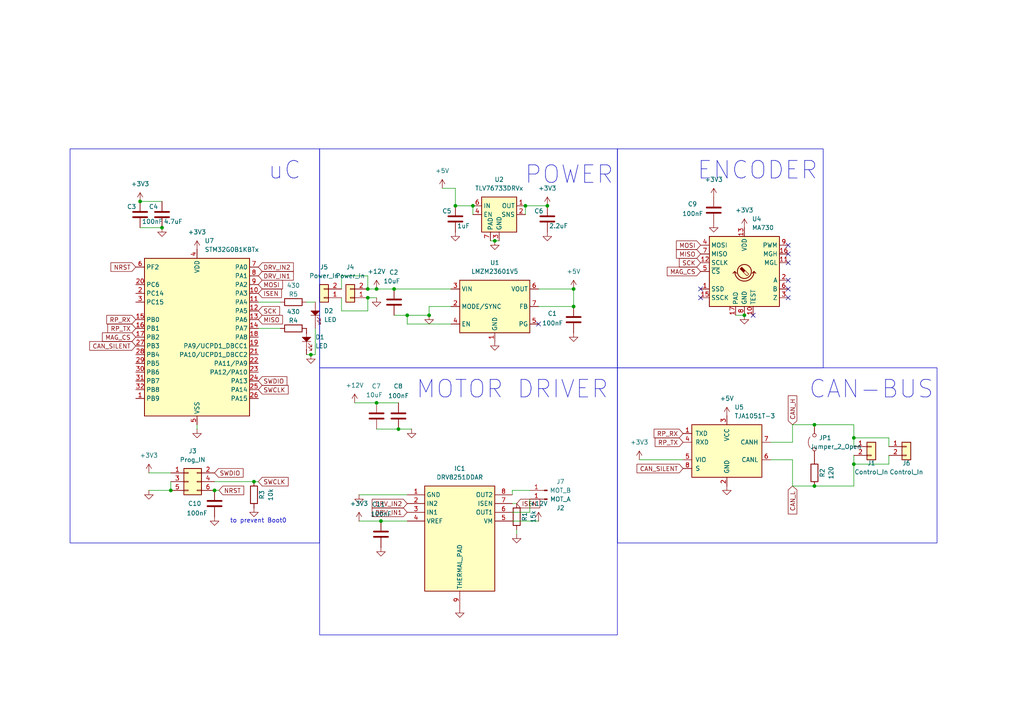
<source format=kicad_sch>
(kicad_sch (version 20231120) (generator "eeschema") (generator_version "8.0")
  (paper "A4")
  (lib_symbols
    (symbol "Connector:Conn_01x01_Pin" (pin_names (offset 1.016) hide)
      (property "Reference" "J" (at 0 2.54 0))
      (property "Value" "Conn_01x01_Pin" (at 0 -2.54 0))
      (symbol "Conn_01x01_Pin_1_1"
        (polyline (pts (xy 1.27 0) (xy 0.8636 0)) (stroke (width 0.1524)))
        (rectangle (start 0.8636 0.127) (end 0 -0.127) (stroke (width 0.1524)) (fill (type outline)))
        (pin passive line (at 5.08 0 180) (length 3.81) (name "Pin_1") (number "1"))
      )
    )
    (symbol "Connector_Generic:Conn_01x02" (pin_names (offset 1.016) hide)
      (property "Reference" "J" (at 0 2.54 0))
      (property "Value" "Conn_01x02" (at 0 -5.08 0))
      (symbol "Conn_01x02_1_1"
        (rectangle (start -1.27 -2.413) (end 0 -2.667) (stroke (width 0.1524)))
        (rectangle (start -1.27 0.127) (end 0 -0.127) (stroke (width 0.1524)))
        (rectangle (start -1.27 1.27) (end 1.27 -3.81) (stroke (width 0.254)) (fill (type background)))
        (pin passive line (at -5.08 0 0) (length 3.81) (name "Pin_1") (number "1"))
        (pin passive line (at -5.08 -2.54 0) (length 3.81) (name "Pin_2") (number "2"))
      )
    )
    (symbol "Connector_Generic:Conn_02x03_Odd_Even" (pin_names (offset 1.016) hide)
      (property "Reference" "J" (at 1.27 5.08 0))
      (property "Value" "Conn_02x03_Odd_Even" (at 1.27 -5.08 0))
      (symbol "Conn_02x03_Odd_Even_1_1"
        (rectangle (start -1.27 -2.413) (end 0 -2.667) (stroke (width 0.1524)))
        (rectangle (start -1.27 0.127) (end 0 -0.127) (stroke (width 0.1524)))
        (rectangle (start -1.27 2.667) (end 0 2.413) (stroke (width 0.1524)))
        (rectangle (start -1.27 3.81) (end 3.81 -3.81) (stroke (width 0.254)) (fill (type background)))
        (rectangle (start 3.81 -2.413) (end 2.54 -2.667) (stroke (width 0.1524)))
        (rectangle (start 3.81 0.127) (end 2.54 -0.127) (stroke (width 0.1524)))
        (rectangle (start 3.81 2.667) (end 2.54 2.413) (stroke (width 0.1524)))
        (pin passive line (at -5.08 2.54 0) (length 3.81) (name "Pin_1") (number "1"))
        (pin passive line (at 7.62 2.54 180) (length 3.81) (name "Pin_2") (number "2"))
        (pin passive line (at -5.08 0 0) (length 3.81) (name "Pin_3") (number "3"))
        (pin passive line (at 7.62 0 180) (length 3.81) (name "Pin_4") (number "4"))
        (pin passive line (at -5.08 -2.54 0) (length 3.81) (name "Pin_5") (number "5"))
        (pin passive line (at 7.62 -2.54 180) (length 3.81) (name "Pin_6") (number "6"))
      )
    )
    (symbol "Device:C" (pin_numbers hide) (pin_names (offset 0.254))
      (property "Reference" "C" (at 0.635 2.54 0))
      (property "Value" "C" (at 0.635 -2.54 0))
      (symbol "C_0_1"
        (polyline (pts (xy -2.032 -0.762) (xy 2.032 -0.762)) (stroke (width 0.508)))
        (polyline (pts (xy -2.032 0.762) (xy 2.032 0.762)) (stroke (width 0.508)))
      )
      (symbol "C_1_1"
        (pin passive line (at 0 3.81 270) (length 2.794) (name "~") (number "1"))
        (pin passive line (at 0 -3.81 90) (length 2.794) (name "~") (number "2"))
      )
    )
    (symbol "Device:R" (pin_numbers hide) (pin_names (offset 0))
      (property "Reference" "R" (at 2.032 0 90))
      (property "Value" "R" (at 0 0 90))
      (symbol "R_0_1"
        (rectangle (start -1.016 -2.54) (end 1.016 2.54) (stroke (width 0.254)))
      )
      (symbol "R_1_1"
        (pin passive line (at 0 3.81 270) (length 1.27) (name "~") (number "1"))
        (pin passive line (at 0 -3.81 90) (length 1.27) (name "~") (number "2"))
      )
    )
    (symbol "Interface_CAN_LIN:TJA1051T-3" (pin_names (offset 1.016))
      (property "Reference" "U" (at -10.16 8.89 0))
      (property "Value" "TJA1051T-3" (at 1.27 8.89 0))
      (symbol "TJA1051T-3_0_1"
        (rectangle (start -10.16 7.62) (end 10.16 -7.62) (stroke (width 0.254)) (fill (type background)))
      )
      (symbol "TJA1051T-3_1_1"
        (pin input line (at -12.7 5.08 0) (length 2.54) (name "TXD") (number "1"))
        (pin power_in line (at 0 -10.16 90) (length 2.54) (name "GND") (number "2"))
        (pin power_in line (at 0 10.16 270) (length 2.54) (name "VCC") (number "3"))
        (pin output line (at -12.7 2.54 0) (length 2.54) (name "RXD") (number "4"))
        (pin power_in line (at -12.7 -2.54 0) (length 2.54) (name "VIO") (number "5"))
        (pin bidirectional line (at 12.7 -2.54 180) (length 2.54) (name "CANL") (number "6"))
        (pin bidirectional line (at 12.7 2.54 180) (length 2.54) (name "CANH") (number "7"))
        (pin input line (at -12.7 -5.08 0) (length 2.54) (name "S") (number "8"))
      )
    )
    (symbol "Jumper:Jumper_2_Open" (pin_numbers hide) (pin_names (offset 0) hide) (exclude_from_sim yes)
      (property "Reference" "JP" (at 0 2.794 0))
      (property "Value" "Jumper_2_Open" (at 0 -2.286 0))
      (symbol "Jumper_2_Open_0_0"
        (circle (center -2.032 0) (radius 0.508))
        (circle (center 2.032 0) (radius 0.508))
      )
      (symbol "Jumper_2_Open_0_1"
        (arc (start 1.524 1.27) (mid 0 1.778) (end -1.524 1.27))
      )
      (symbol "Jumper_2_Open_1_1"
        (pin passive line (at -5.08 0 0) (length 2.54) (name "A") (number "1"))
        (pin passive line (at 5.08 0 180) (length 2.54) (name "B") (number "2"))
      )
    )
    (symbol "MCU_ST_STM32G0:STM32G0B1KBTx"
      (property "Reference" "U" (at -15.24 24.13 0))
      (property "Value" "STM32G0B1KBTx" (at 2.54 24.13 0))
      (symbol "STM32G0B1KBTx_0_1"
        (rectangle (start -15.24 -22.86) (end 15.24 22.86) (stroke (width 0.254)) (fill (type background)))
      )
      (symbol "STM32G0B1KBTx_1_1"
        (pin bidirectional line (at -17.78 -17.78 0) (length 2.54) (name "PB9") (number "1"))
        (pin bidirectional line (at 17.78 12.7 180) (length 2.54) (name "PA3") (number "10"))
        (pin bidirectional line (at 17.78 10.16 180) (length 2.54) (name "PA4") (number "11"))
        (pin bidirectional line (at 17.78 7.62 180) (length 2.54) (name "PA5") (number "12"))
        (pin bidirectional line (at 17.78 5.08 180) (length 2.54) (name "PA6") (number "13"))
        (pin bidirectional line (at 17.78 2.54 180) (length 2.54) (name "PA7") (number "14"))
        (pin bidirectional line (at -17.78 5.08 0) (length 2.54) (name "PB0") (number "15"))
        (pin bidirectional line (at -17.78 2.54 0) (length 2.54) (name "PB1") (number "16"))
        (pin bidirectional line (at -17.78 0 0) (length 2.54) (name "PB2") (number "17"))
        (pin bidirectional line (at 17.78 0 180) (length 2.54) (name "PA8") (number "18"))
        (pin bidirectional line (at 17.78 -2.54 180) (length 2.54) (name "PA9/UCPD1_DBCC1") (number "19"))
        (pin bidirectional line (at -17.78 12.7 0) (length 2.54) (name "PC14") (number "2"))
        (pin bidirectional line (at -17.78 15.24 0) (length 2.54) (name "PC6") (number "20"))
        (pin bidirectional line (at 17.78 -5.08 180) (length 2.54) (name "PA10/UCPD1_DBCC2") (number "21"))
        (pin bidirectional line (at 17.78 -7.62 180) (length 2.54) (name "PA11/PA9") (number "22"))
        (pin bidirectional line (at 17.78 -10.16 180) (length 2.54) (name "PA12/PA10") (number "23"))
        (pin bidirectional line (at 17.78 -12.7 180) (length 2.54) (name "PA13") (number "24"))
        (pin bidirectional line (at 17.78 -15.24 180) (length 2.54) (name "PA14") (number "25"))
        (pin bidirectional line (at 17.78 -17.78 180) (length 2.54) (name "PA15") (number "26"))
        (pin bidirectional line (at -17.78 -2.54 0) (length 2.54) (name "PB3") (number "27"))
        (pin bidirectional line (at -17.78 -5.08 0) (length 2.54) (name "PB4") (number "28"))
        (pin bidirectional line (at -17.78 -7.62 0) (length 2.54) (name "PB5") (number "29"))
        (pin bidirectional line (at -17.78 10.16 0) (length 2.54) (name "PC15") (number "3"))
        (pin bidirectional line (at -17.78 -10.16 0) (length 2.54) (name "PB6") (number "30"))
        (pin bidirectional line (at -17.78 -12.7 0) (length 2.54) (name "PB7") (number "31"))
        (pin bidirectional line (at -17.78 -15.24 0) (length 2.54) (name "PB8") (number "32"))
        (pin power_in line (at 0 25.4 270) (length 2.54) (name "VDD") (number "4"))
        (pin power_in line (at 0 -25.4 90) (length 2.54) (name "VSS") (number "5"))
        (pin bidirectional line (at -17.78 20.32 0) (length 2.54) (name "PF2") (number "6"))
        (pin bidirectional line (at 17.78 20.32 180) (length 2.54) (name "PA0") (number "7"))
        (pin bidirectional line (at 17.78 17.78 180) (length 2.54) (name "PA1") (number "8"))
        (pin bidirectional line (at 17.78 15.24 180) (length 2.54) (name "PA2") (number "9"))
      )
    )
    (symbol "PCM_SL_Devices:LED"
      (property "Reference" "D" (at -0.508 5.334 0))
      (property "Value" "LED" (at -0.508 2.794 0))
      (symbol "LED_0_1"
        (polyline (pts (xy -1.27 0) (xy -2.54 0)))
        (polyline (pts (xy 0 1.27) (xy 0 -1.27)))
        (polyline (pts (xy 0.508 0.508) (xy 1.524 1.524)))
        (polyline (pts (xy 1.27 0) (xy 2.54 0)))
        (polyline (pts (xy 1.524 0.508) (xy 2.54 1.524)))
        (polyline (pts (xy 1.524 1.524) (xy 0.889 1.524)))
        (polyline (pts (xy 1.524 1.524) (xy 1.524 0.889)))
        (polyline (pts (xy 2.54 1.524) (xy 1.905 1.524)))
        (polyline (pts (xy 2.54 1.524) (xy 2.54 0.889)))
        (polyline (pts (xy 0 0) (xy -1.27 -1.27) (xy -1.27 1.27) (xy 0 0) (xy 1.27 0)) (fill (type outline)))
      )
      (symbol "LED_1_1"
        (pin passive line (at 3.81 0 180) (length 1.5) (name "~") (number "1"))
        (pin passive line (at -3.81 0 0) (length 1.5) (name "") (number "2"))
      )
    )
    (symbol "Regulator_Linear:TLV76733DRVx"
      (property "Reference" "U" (at 0 8.89 0))
      (property "Value" "TLV76733DRVx" (at 0 6.35 0))
      (symbol "TLV76733DRVx_0_1"
        (rectangle (start -5.08 -5.08) (end 5.08 5.08) (stroke (width 0.254)) (fill (type background)))
      )
      (symbol "TLV76733DRVx_1_1"
        (pin power_out line (at 7.62 2.54 180) (length 2.54) (name "OUT") (number "1"))
        (pin input line (at 7.62 0 180) (length 2.54) (name "SNS") (number "2"))
        (pin power_in line (at 0 -7.62 90) (length 2.54) (name "GND") (number "3"))
        (pin input line (at -7.62 0 0) (length 2.54) (name "EN") (number "4"))
        (pin passive line (at 0 -7.62 90) (length 2.54) hide (name "GND") (number "5"))
        (pin power_in line (at -7.62 2.54 0) (length 2.54) (name "IN") (number "6"))
        (pin passive line (at -2.54 -7.62 90) (length 2.54) (name "PAD") (number "7"))
      )
    )
    (symbol "Regulator_Switching:LMZM23601V5"
      (property "Reference" "U" (at -8.89 8.89 0))
      (property "Value" "LMZM23601V5" (at 6.35 8.89 0))
      (symbol "LMZM23601V5_0_1"
        (rectangle (start -10.16 7.62) (end 10.16 -7.62) (stroke (width 0.254)) (fill (type background)))
      )
      (symbol "LMZM23601V5_1_1"
        (pin power_in line (at 0 -10.16 90) (length 2.54) (name "GND") (number "1"))
        (pin no_connect line (at -2.54 -7.62 90) (length 2.54) hide (name "~") (number "10"))
        (pin passive line (at 0 -10.16 90) (length 2.54) hide (name "GND") (number "11"))
        (pin input line (at -12.7 0 0) (length 2.54) (name "MODE/SYNC") (number "2"))
        (pin power_in line (at -12.7 5.08 0) (length 2.54) (name "VIN") (number "3"))
        (pin input line (at -12.7 -5.08 0) (length 2.54) (name "EN") (number "4"))
        (pin open_collector line (at 12.7 -5.08 180) (length 2.54) (name "PG") (number "5"))
        (pin power_out line (at 12.7 5.08 180) (length 2.54) (name "VOUT") (number "6"))
        (pin input line (at 12.7 0 180) (length 2.54) (name "FB") (number "7"))
        (pin no_connect line (at 5.08 -7.62 90) (length 2.54) hide (name "~") (number "8"))
        (pin no_connect line (at 2.54 -7.62 90) (length 2.54) hide (name "~") (number "9"))
      )
    )
    (symbol "Sensor_Magnetic:MA730"
      (property "Reference" "U" (at -10.16 11.43 0))
      (property "Value" "MA730" (at 10.16 11.43 0))
      (symbol "MA730_0_1"
        (rectangle (start -10.16 10.16) (end 10.16 -10.16) (stroke (width 0.254)) (fill (type background)))
        (arc (start -2.794 0) (mid 0 -2.7819) (end 2.794 0) (stroke (width 0.254)))
        (polyline (pts (xy -2.794 0) (xy -3.302 -0.508)) (stroke (width 0.254)))
        (polyline (pts (xy -2.794 0) (xy -2.286 -0.508)) (stroke (width 0.254)))
        (polyline (pts (xy 2.794 0) (xy 2.286 -0.508)) (stroke (width 0.254)))
        (polyline (pts (xy 2.794 0) (xy 3.302 -0.508)) (stroke (width 0.254)))
      )
      (symbol "MA730_1_1"
        (polyline (pts (xy 0.254 0.254) (xy 1.27 -0.762) (xy 0.762 -1.27) (xy -0.254 -0.254)))
        (polyline (pts (xy -0.762 1.27) (xy 0.254 0.254) (xy -0.254 -0.254) (xy -1.27 0.762) (xy -1.016 1.016) (xy -0.762 1.27) (xy -0.635 1.143)) (fill (type outline)))
        (circle (center 0 0) (radius 2.032) (stroke (width 0.254)))
        (pin output line (at -12.7 -5.08 0) (length 2.54) (name "SSD") (number "1"))
        (pin passive line (at 2.54 -12.7 90) (length 2.54) (name "TEST") (number "10"))
        (pin output line (at 12.7 2.54 180) (length 2.54) (name "MGL") (number "11"))
        (pin input line (at -12.7 2.54 0) (length 2.54) (name "SCLK") (number "12"))
        (pin power_in line (at 0 12.7 270) (length 2.54) (name "VDD") (number "13"))
        (pin no_connect line (at 5.08 -10.16 90) (length 2.54) hide (name "NC") (number "14"))
        (pin input line (at -12.7 -7.62 0) (length 2.54) (name "SSCK") (number "15"))
        (pin output line (at 12.7 5.08 180) (length 2.54) (name "MGH") (number "16"))
        (pin input line (at -2.54 -12.7 90) (length 2.54) (name "PAD") (number "17"))
        (pin output line (at 12.7 -2.54 180) (length 2.54) (name "A") (number "2"))
        (pin output line (at 12.7 -7.62 180) (length 2.54) (name "Z") (number "3"))
        (pin input line (at -12.7 7.62 0) (length 2.54) (name "MOSI") (number "4"))
        (pin input line (at -12.7 0 0) (length 2.54) (name "~{CS}") (number "5"))
        (pin output line (at 12.7 -5.08 180) (length 2.54) (name "B") (number "6"))
        (pin output line (at -12.7 5.08 0) (length 2.54) (name "MISO") (number "7"))
        (pin power_in line (at 0 -12.7 90) (length 2.54) (name "GND") (number "8"))
        (pin output line (at 12.7 7.62 180) (length 2.54) (name "PWM") (number "9"))
      )
    )
    (symbol "_Custom:DRV8251DDAR"
      (property "Reference" "IC" (at 26.67 7.62 0))
      (property "Value" "DRV8251DDAR" (at 26.67 5.08 0))
      (symbol "DRV8251DDAR_1_1"
        (rectangle (start 5.08 2.54) (end 25.4 -27.94) (stroke (width 0.254)) (fill (type background)))
        (pin passive line (at 0 0 0) (length 5.08) (name "GND") (number "1"))
        (pin passive line (at 0 -2.54 0) (length 5.08) (name "IN2") (number "2"))
        (pin passive line (at 0 -5.08 0) (length 5.08) (name "IN1") (number "3"))
        (pin passive line (at 0 -7.62 0) (length 5.08) (name "VREF") (number "4"))
        (pin passive line (at 30.48 -7.62 180) (length 5.08) (name "VM") (number "5"))
        (pin passive line (at 30.48 -5.08 180) (length 5.08) (name "OUT1") (number "6"))
        (pin passive line (at 30.48 -2.54 180) (length 5.08) (name "ISEN") (number "7"))
        (pin passive line (at 30.48 0 180) (length 5.08) (name "OUT2") (number "8"))
        (pin passive line (at 15.24 -33.02 90) (length 5.08) (name "THERMAL_PAD") (number "9"))
      )
    )
    (symbol "power:+12V" (power) (pin_numbers hide) (pin_names (offset 0) hide)
      (property "Value" "+12V" (at 0 3.556 0))
      (symbol "+12V_0_1"
        (polyline (pts (xy -0.762 1.27) (xy 0 2.54)))
        (polyline (pts (xy 0 0) (xy 0 2.54)))
        (polyline (pts (xy 0 2.54) (xy 0.762 1.27)))
      )
      (symbol "+12V_1_1"
        (pin power_in line (at 0 0 90) (length 0) (name "~") (number "1"))
      )
    )
    (symbol "power:+3V3" (power) (pin_numbers hide) (pin_names (offset 0) hide)
      (property "Value" "+3V3" (at 0 3.556 0))
      (symbol "+3V3_0_1"
        (polyline (pts (xy -0.762 1.27) (xy 0 2.54)))
        (polyline (pts (xy 0 0) (xy 0 2.54)))
        (polyline (pts (xy 0 2.54) (xy 0.762 1.27)))
      )
      (symbol "+3V3_1_1"
        (pin power_in line (at 0 0 90) (length 0) (name "~") (number "1"))
      )
    )
    (symbol "power:+5V" (power) (pin_numbers hide) (pin_names (offset 0) hide)
      (property "Value" "+5V" (at 0 3.556 0))
      (symbol "+5V_0_1"
        (polyline (pts (xy -0.762 1.27) (xy 0 2.54)))
        (polyline (pts (xy 0 0) (xy 0 2.54)))
        (polyline (pts (xy 0 2.54) (xy 0.762 1.27)))
      )
      (symbol "+5V_1_1"
        (pin power_in line (at 0 0 90) (length 0) (name "~") (number "1"))
      )
    )
    (symbol "power:GND" (power) (pin_numbers hide) (pin_names (offset 0) hide)
      (property "Value" "GND" (at 0 -3.81 0))
      (symbol "GND_0_1"
        (polyline (pts (xy 0 0) (xy 0 -1.27) (xy 1.27 -1.27) (xy 0 -2.54) (xy -1.27 -1.27) (xy 0 -1.27)))
      )
      (symbol "GND_1_1"
        (pin power_in line (at 0 0 270) (length 0) (name "~") (number "1"))
      )
    )
  )
  (junction (at 215.9 91.44))
  (junction (at 118.11 91.44))
  (junction (at 109.22 116.84))
  (junction (at 114.3 83.82))
  (junction (at 115.57 124.46))
  (junction (at 62.23 142.24))
  (junction (at 143.51 69.85))
  (junction (at 109.22 83.82))
  (junction (at 152.4 59.69))
  (junction (at 106.68 83.82))
  (junction (at 137.16 59.69))
  (junction (at 73.66 139.7))
  (junction (at 236.22 140.97))
  (junction (at 247.65 127))
  (junction (at 247.65 134.62))
  (junction (at 46.99 66.04))
  (junction (at 106.68 86.36))
  (junction (at 110.49 151.13))
  (junction (at 236.22 123.19))
  (junction (at 132.08 59.69))
  (junction (at 124.46 91.44))
  (junction (at 166.37 88.9))
  (junction (at 90.17 102.87))
  (junction (at 49.53 142.24))
  (junction (at 166.37 83.82))
  (junction (at 40.64 58.42))
  (junction (at 158.75 59.69))
  (no_connect (at 156.21 93.98))
  (no_connect (at 203.2 86.36))
  (no_connect (at 228.6 81.28))
  (no_connect (at 228.6 71.12))
  (no_connect (at 203.2 83.82))
  (no_connect (at 228.6 73.66))
  (no_connect (at 228.6 86.36))
  (no_connect (at 228.6 83.82))
  (no_connect (at 218.44 91.44))
  (no_connect (at 228.6 76.2))
  (wire (pts (xy 152.4 59.69) (xy 152.4 62.23)))
  (wire (pts (xy 106.68 83.82) (xy 109.22 83.82)))
  (wire (pts (xy 143.51 69.85) (xy 142.24 69.85)))
  (wire (pts (xy 57.15 123.19) (xy 57.15 124.46)))
  (wire (pts (xy 257.81 132.08) (xy 257.81 134.62)))
  (wire (pts (xy 223.52 128.27) (xy 229.87 128.27)))
  (wire (pts (xy 132.08 54.61) (xy 132.08 59.69)))
  (wire (pts (xy 137.16 59.69) (xy 137.16 62.23)))
  (wire (pts (xy 247.65 134.62) (xy 247.65 132.08)))
  (wire (pts (xy 247.65 123.19) (xy 247.65 127)))
  (wire (pts (xy 99.06 86.36) (xy 99.06 90.17)))
  (wire (pts (xy 114.3 83.82) (xy 130.81 83.82)))
  (wire (pts (xy 144.78 69.85) (xy 143.51 69.85)))
  (wire (pts (xy 153.67 148.59) (xy 153.67 144.78)))
  (wire (pts (xy 148.59 142.24) (xy 148.59 143.51)))
  (wire (pts (xy 88.9 87.63) (xy 91.44 87.63)))
  (wire (pts (xy 102.87 116.84) (xy 109.22 116.84)))
  (wire (pts (xy 236.22 123.19) (xy 229.87 123.19)))
  (wire (pts (xy 236.22 140.97) (xy 229.87 140.97)))
  (wire (pts (xy 104.14 151.13) (xy 110.49 151.13)))
  (wire (pts (xy 124.46 88.9) (xy 130.81 88.9)))
  (wire (pts (xy 118.11 91.44) (xy 124.46 91.44)))
  (wire (pts (xy 247.65 127) (xy 247.65 129.54)))
  (wire (pts (xy 49.53 142.24) (xy 49.53 139.7)))
  (wire (pts (xy 118.11 93.98) (xy 130.81 93.98)))
  (wire (pts (xy 40.64 66.04) (xy 46.99 66.04)))
  (wire (pts (xy 166.37 83.82) (xy 156.21 83.82)))
  (wire (pts (xy 149.86 146.05) (xy 148.59 146.05)))
  (wire (pts (xy 257.81 129.54) (xy 257.81 127)))
  (wire (pts (xy 91.44 95.25) (xy 91.44 102.87)))
  (wire (pts (xy 153.67 142.24) (xy 148.59 142.24)))
  (wire (pts (xy 43.18 137.16) (xy 49.53 137.16)))
  (wire (pts (xy 156.21 88.9) (xy 166.37 88.9)))
  (wire (pts (xy 137.16 59.69) (xy 132.08 59.69)))
  (wire (pts (xy 63.5 142.24) (xy 62.23 142.24)))
  (wire (pts (xy 73.66 139.7) (xy 62.23 139.7)))
  (wire (pts (xy 110.49 151.13) (xy 118.11 151.13)))
  (wire (pts (xy 149.86 153.67) (xy 149.86 154.94)))
  (wire (pts (xy 106.68 86.36) (xy 109.22 86.36)))
  (wire (pts (xy 247.65 134.62) (xy 257.81 134.62)))
  (wire (pts (xy 118.11 91.44) (xy 118.11 93.98)))
  (wire (pts (xy 247.65 140.97) (xy 247.65 134.62)))
  (wire (pts (xy 88.9 102.87) (xy 90.17 102.87)))
  (wire (pts (xy 106.68 80.01) (xy 106.68 83.82)))
  (wire (pts (xy 109.22 83.82) (xy 114.3 83.82)))
  (wire (pts (xy 128.27 54.61) (xy 132.08 54.61)))
  (wire (pts (xy 99.06 90.17) (xy 106.68 90.17)))
  (wire (pts (xy 223.52 133.35) (xy 229.87 133.35)))
  (wire (pts (xy 81.28 95.25) (xy 74.93 95.25)))
  (wire (pts (xy 185.42 133.35) (xy 198.12 133.35)))
  (wire (pts (xy 152.4 59.69) (xy 158.75 59.69)))
  (wire (pts (xy 236.22 123.19) (xy 247.65 123.19)))
  (wire (pts (xy 114.3 91.44) (xy 118.11 91.44)))
  (wire (pts (xy 106.68 90.17) (xy 106.68 86.36)))
  (wire (pts (xy 247.65 127) (xy 257.81 127)))
  (wire (pts (xy 124.46 91.44) (xy 124.46 88.9)))
  (wire (pts (xy 40.64 58.42) (xy 46.99 58.42)))
  (wire (pts (xy 81.28 87.63) (xy 74.93 87.63)))
  (wire (pts (xy 115.57 116.84) (xy 109.22 116.84)))
  (wire (pts (xy 166.37 88.9) (xy 166.37 83.82)))
  (wire (pts (xy 229.87 133.35) (xy 229.87 140.97)))
  (wire (pts (xy 119.38 124.46) (xy 115.57 124.46)))
  (wire (pts (xy 74.93 139.7) (xy 73.66 139.7)))
  (wire (pts (xy 148.59 148.59) (xy 153.67 148.59)))
  (wire (pts (xy 104.14 143.51) (xy 118.11 143.51)))
  (wire (pts (xy 213.36 91.44) (xy 215.9 91.44)))
  (wire (pts (xy 91.44 102.87) (xy 90.17 102.87)))
  (wire (pts (xy 229.87 128.27) (xy 229.87 123.19)))
  (wire (pts (xy 156.21 151.13) (xy 148.59 151.13)))
  (wire (pts (xy 236.22 140.97) (xy 247.65 140.97)))
  (wire (pts (xy 99.06 83.82) (xy 99.06 80.01)))
  (wire (pts (xy 115.57 124.46) (xy 109.22 124.46)))
  (wire (pts (xy 99.06 80.01) (xy 106.68 80.01)))
  (wire (pts (xy 43.18 142.24) (xy 49.53 142.24)))
  (rectangle (start 92.71 43.18) (end 179.07 106.68))
  (rectangle (start 179.07 43.18) (end 238.76 106.68))
  (rectangle (start 92.71 106.68) (end 179.07 184.15))
  (rectangle (start 20.32 43.18) (end 92.71 157.48))
  (rectangle (start 179.07 106.68) (end 271.78 157.48))
  (text "CAN-BUS" (at 252.73 113.03 0) (effects (font (size 5.08 5.08))))
  (text "to prevent Boot0" (at 74.93 151.13 0) (effects (font (size 1.27 1.27))))
  (text "POWER" (at 165.1 50.8 0) (effects (font (size 5.08 5.08))))
  (text "uC" (at 82.55 49.53 0) (effects (font (size 5.08 5.08))))
  (text "ENCODER" (at 219.71 49.53 0) (effects (font (size 5.08 5.08))))
  (text "MOTOR DRIVER\n" (at 148.59 113.03 0) (effects (font (size 5.08 5.08))))
  (global_label "DRV_IN1" (shape input) (at 118.11 148.59 180) (property "Intersheetrefs" "${INTERSHEET_REFS}" (effects (hide yes))))
  (global_label "MISO" (shape input) (at 203.2 73.66 180) (property "Intersheetrefs" "${INTERSHEET_REFS}" (effects (hide yes))))
  (global_label "CAN_SILENT" (shape input) (at 198.12 135.89 180) (property "Intersheetrefs" "${INTERSHEET_REFS}" (effects (hide yes))))
  (global_label "SWDIO" (shape input) (at 74.93 110.49 0) (property "Intersheetrefs" "${INTERSHEET_REFS}" (effects (hide yes))))
  (global_label "MAG_CS" (shape input) (at 39.37 97.79 180) (property "Intersheetrefs" "${INTERSHEET_REFS}" (effects (hide yes))))
  (global_label "DRV_IN2" (shape input) (at 118.11 146.05 180) (property "Intersheetrefs" "${INTERSHEET_REFS}" (effects (hide yes))))
  (global_label "MAG_CS" (shape input) (at 203.2 78.74 180) (property "Intersheetrefs" "${INTERSHEET_REFS}" (effects (hide yes))))
  (global_label "ISEN" (shape input) (at 149.86 146.05 0) (property "Intersheetrefs" "${INTERSHEET_REFS}" (effects (hide yes))))
  (global_label "SCK" (shape input) (at 203.2 76.2 180) (property "Intersheetrefs" "${INTERSHEET_REFS}" (effects (hide yes))))
  (global_label "RP_RX" (shape input) (at 198.12 125.73 180) (property "Intersheetrefs" "${INTERSHEET_REFS}" (effects (hide yes))))
  (global_label "DRV_IN1" (shape input) (at 74.93 80.01 0) (property "Intersheetrefs" "${INTERSHEET_REFS}" (effects (hide yes))))
  (global_label "SWCLK" (shape input) (at 74.93 113.03 0) (property "Intersheetrefs" "${INTERSHEET_REFS}" (effects (hide yes))))
  (global_label "DRV_IN2" (shape input) (at 74.93 77.47 0) (property "Intersheetrefs" "${INTERSHEET_REFS}" (effects (hide yes))))
  (global_label "RP_RX" (shape input) (at 39.37 92.71 180) (property "Intersheetrefs" "${INTERSHEET_REFS}" (effects (hide yes))))
  (global_label "CAN_H" (shape input) (at 229.87 123.19 90) (property "Intersheetrefs" "${INTERSHEET_REFS}" (effects (hide yes))))
  (global_label "MISO" (shape input) (at 74.93 92.71 0) (property "Intersheetrefs" "${INTERSHEET_REFS}" (effects (hide yes))))
  (global_label "RP_TX" (shape input) (at 39.37 95.25 180) (property "Intersheetrefs" "${INTERSHEET_REFS}" (effects (hide yes))))
  (global_label "SWCLK" (shape input) (at 74.93 139.7 0) (property "Intersheetrefs" "${INTERSHEET_REFS}" (effects (hide yes))))
  (global_label "CAN_SILENT" (shape input) (at 39.37 100.33 180) (property "Intersheetrefs" "${INTERSHEET_REFS}" (effects (hide yes))))
  (global_label "SCK" (shape input) (at 74.93 90.17 0) (property "Intersheetrefs" "${INTERSHEET_REFS}" (effects (hide yes))))
  (global_label "ISEN" (shape input) (at 74.93 85.09 0) (property "Intersheetrefs" "${INTERSHEET_REFS}" (effects (hide yes))))
  (global_label "MOSI" (shape input) (at 203.2 71.12 180) (property "Intersheetrefs" "${INTERSHEET_REFS}" (effects (hide yes))))
  (global_label "CAN_L" (shape input) (at 229.87 140.97 270) (property "Intersheetrefs" "${INTERSHEET_REFS}" (effects (hide yes))))
  (global_label "MOSI" (shape input) (at 74.93 82.55 0) (property "Intersheetrefs" "${INTERSHEET_REFS}" (effects (hide yes))))
  (global_label "SWDIO" (shape input) (at 62.23 137.16 0) (property "Intersheetrefs" "${INTERSHEET_REFS}" (effects (hide yes))))
  (global_label "NRST" (shape input) (at 63.5 142.24 0) (property "Intersheetrefs" "${INTERSHEET_REFS}" (effects (hide yes))))
  (global_label "RP_TX" (shape input) (at 198.12 128.27 180) (property "Intersheetrefs" "${INTERSHEET_REFS}" (effects (hide yes))))
  (global_label "NRST" (shape input) (at 39.37 77.47 180) (property "Intersheetrefs" "${INTERSHEET_REFS}" (effects (hide yes))))
  (symbol (lib_id "power:+3V3") (at 40.64 58.42 0) (unit 1)
    (property "Reference" "#PWR03" (effects (hide yes)))
    (property "Value" "+3V3" (at 40.64 53.34 0))
    (property "Description" "Power symbol creates a global label with name \"+3V3\"" (effects (hide yes)))
  )
  (symbol (lib_id "power:GND") (at 119.38 124.46 0) (unit 1)
    (property "Reference" "#PWR016" (effects (hide yes)))
    (property "Value" "GND" (effects (hide yes)))
    (property "Description" "Power symbol creates a global label with name \"GND\" , ground" (effects (hide yes)))
  )
  (symbol (lib_id "power:+5V") (at 166.37 83.82 0) (unit 1)
    (property "Reference" "#PWR02" (effects (hide yes)))
    (property "Value" "+5V" (at 166.37 78.74 0))
    (property "Description" "Power symbol creates a global label with name \"+5V\"" (effects (hide yes)))
  )
  (symbol (lib_id "power:GND") (at 132.08 67.31 0) (unit 1)
    (property "Reference" "#PWR09" (effects (hide yes)))
    (property "Value" "GND" (effects (hide yes)))
    (property "Description" "Power symbol creates a global label with name \"GND\" , ground" (effects (hide yes)))
  )
  (symbol (lib_id "Device:C") (at 110.49 154.94 180) (unit 1)
    (property "Reference" "C11" (at 111.76 146.304 0) (effects (justify left)))
    (property "Value" "100nF" (at 113.538 149.098 0) (effects (justify left)))
    (property "Footprint" "Capacitor_SMD:C_0603_1608Metric" (effects (hide yes)))
    (property "Description" "Unpolarized capacitor" (effects (hide yes)))
  )
  (symbol (lib_id "Device:C") (at 46.99 62.23 0) (unit 1)
    (property "Reference" "C4" (at 43.18 59.944 0) (effects (justify left)))
    (property "Value" "4.7uF" (at 47.498 64.262 0) (effects (justify left)))
    (property "Footprint" "Capacitor_SMD:C_0402_1005Metric" (effects (hide yes)))
    (property "Description" "Unpolarized capacitor" (effects (hide yes)))
  )
  (symbol (lib_id "power:+5V") (at 128.27 54.61 0) (unit 1)
    (property "Reference" "#PWR026" (effects (hide yes)))
    (property "Value" "+5V" (at 128.27 49.53 0))
    (property "Description" "Power symbol creates a global label with name \"+5V\"" (effects (hide yes)))
  )
  (symbol (lib_id "Connector_Generic:Conn_02x03_Odd_Even") (at 54.61 139.7 0) (unit 1)
    (property "Reference" "J3" (at 55.88 130.81 0))
    (property "Value" "Prog_IN" (at 55.88 133.35 0))
    (property "Footprint" "Connector_PinHeader_1.27mm:PinHeader_2x03_P1.27mm_Vertical" (effects (hide yes)))
    (property "Description" "Generic connector, double row, 02x03, odd/even pin numbering scheme (row 1 odd numbers, row 2 even numbers), script generated (kicad-library-utils/schlib/autogen/connector/)" (effects (hide yes)))
  )
  (symbol (lib_id "power:GND") (at 110.49 158.75 0) (unit 1)
    (property "Reference" "#PWR034" (effects (hide yes)))
    (property "Value" "GND" (effects (hide yes)))
    (property "Description" "Power symbol creates a global label with name \"GND\" , ground" (effects (hide yes)))
  )
  (symbol (lib_id "power:+3V3") (at 43.18 137.16 0) (unit 1)
    (property "Reference" "#PWR025" (effects (hide yes)))
    (property "Value" "+3V3" (at 43.18 132.08 0))
    (property "Description" "Power symbol creates a global label with name \"+3V3\"" (effects (hide yes)))
  )
  (symbol (lib_id "power:+3V3") (at 158.75 59.69 0) (unit 1)
    (property "Reference" "#PWR011" (effects (hide yes)))
    (property "Value" "+3V3" (at 158.75 54.61 0))
    (property "Description" "Power symbol creates a global label with name \"+3V3\"" (effects (hide yes)))
  )
  (symbol (lib_id "Device:R") (at 236.22 137.16 0) (mirror y) (unit 1)
    (property "Reference" "R2" (at 238.506 137.16 90))
    (property "Value" "120" (at 241.046 137.16 90))
    (property "Footprint" "Capacitor_SMD:C_0402_1005Metric" (effects (hide yes)))
    (property "Description" "Resistor" (effects (hide yes)))
  )
  (symbol (lib_id "Connector:Conn_01x01_Pin") (at 158.75 144.78 180) (unit 1)
    (property "Reference" "J2" (at 162.56 147.32 0))
    (property "Value" "MOT_A" (at 162.56 144.78 0))
    (property "Footprint" "Connector_Wire:SolderWire-1sqmm_1x01_D1.4mm_OD2.7mm" (effects (hide yes)))
    (property "Description" "Generic connector, single row, 01x01, script generated" (effects (hide yes)))
  )
  (symbol (lib_id "power:+3V3") (at 57.15 72.39 0) (unit 1)
    (property "Reference" "#PWR031" (effects (hide yes)))
    (property "Value" "+3V3" (at 57.15 67.31 0))
    (property "Description" "Power symbol creates a global label with name \"+3V3\"" (effects (hide yes)))
  )
  (symbol (lib_id "Connector_Generic:Conn_01x02") (at 262.89 129.54 0) (unit 1)
    (property "Reference" "J6" (at 262.89 134.366 0))
    (property "Value" "Control_In" (at 262.89 136.906 0))
    (property "Footprint" "Connector_JST:JST_XH_B2B-XH-A_1x02_P2.50mm_Vertical" (effects (hide yes)))
    (property "Description" "Generic connector, single row, 01x02, script generated (kicad-library-utils/schlib/autogen/connector/)" (effects (hide yes)))
  )
  (symbol (lib_id "power:GND") (at 46.99 66.04 0) (unit 1)
    (property "Reference" "#PWR04" (effects (hide yes)))
    (property "Value" "GND" (effects (hide yes)))
    (property "Description" "Power symbol creates a global label with name \"GND\" , ground" (effects (hide yes)))
  )
  (symbol (lib_id "power:GND") (at 109.22 86.36 0) (unit 1)
    (property "Reference" "#PWR07" (effects (hide yes)))
    (property "Value" "GND" (effects (hide yes)))
    (property "Description" "Power symbol creates a global label with name \"GND\" , ground" (effects (hide yes)))
  )
  (symbol (lib_id "power:GND") (at 73.66 147.32 0) (unit 1)
    (property "Reference" "#PWR01" (effects (hide yes)))
    (property "Value" "GND" (effects (hide yes)))
    (property "Description" "Power symbol creates a global label with name \"GND\" , ground" (effects (hide yes)))
  )
  (symbol (lib_id "power:GND") (at 143.51 69.85 0) (unit 1)
    (property "Reference" "#PWR010" (effects (hide yes)))
    (property "Value" "GND" (effects (hide yes)))
    (property "Description" "Power symbol creates a global label with name \"GND\" , ground" (effects (hide yes)))
  )
  (symbol (lib_id "Connector_Generic:Conn_01x02") (at 93.98 86.36 180) (unit 1)
    (property "Reference" "J5" (at 93.98 77.47 0))
    (property "Value" "Power_In" (at 93.98 80.01 0))
    (property "Footprint" "Connector_AMASS:AMASS_XT30UPB-M_1x02_P5.0mm_Vertical" (effects (hide yes)))
    (property "Description" "Generic connector, single row, 01x02, script generated (kicad-library-utils/schlib/autogen/connector/)" (effects (hide yes)))
  )
  (symbol (lib_id "power:+3V3") (at 215.9 66.04 0) (unit 1)
    (property "Reference" "#PWR019" (effects (hide yes)))
    (property "Value" "+3V3" (at 215.9 60.96 0))
    (property "Description" "Power symbol creates a global label with name \"+3V3\"" (effects (hide yes)))
  )
  (symbol (lib_id "power:+12V") (at 109.22 83.82 0) (unit 1)
    (property "Reference" "#PWR08" (effects (hide yes)))
    (property "Value" "+12V" (at 109.22 78.74 0))
    (property "Description" "Power symbol creates a global label with name \"+12V\"" (effects (hide yes)))
  )
  (symbol (lib_id "Device:R") (at 85.09 87.63 90) (mirror x) (unit 1)
    (property "Reference" "R5" (at 85.09 85.344 90))
    (property "Value" "430" (at 85.09 82.804 90))
    (property "Footprint" "Resistor_SMD:R_0402_1005Metric" (effects (hide yes)))
    (property "Description" "Resistor" (effects (hide yes)))
  )
  (symbol (lib_id "Regulator_Linear:TLV76733DRVx") (at 144.78 62.23 0) (unit 1)
    (property "Reference" "U2" (at 144.78 52.07 0))
    (property "Value" "TLV76733DRVx" (at 144.78 54.61 0))
    (property "Footprint" "Package_SON:WSON-6-1EP_2x2mm_P0.65mm_EP1x1.6mm_ThermalVias" (effects (hide yes)))
    (property "Datasheet" "www.ti.com/lit/gpn/TLV767" (effects (hide yes)))
    (property "Description" "1A Precision Linear Voltage Regulator, with enable pin, Fixed Output 3.3V, WSON6" (effects (hide yes)))
  )
  (symbol (lib_id "Connector_Generic:Conn_01x02") (at 252.73 129.54 0) (unit 1)
    (property "Reference" "J1" (at 252.73 134.366 0))
    (property "Value" "Control_In" (at 252.73 136.906 0))
    (property "Footprint" "Connector_JST:JST_XH_B2B-XH-A_1x02_P2.50mm_Vertical" (effects (hide yes)))
    (property "Description" "Generic connector, single row, 01x02, script generated (kicad-library-utils/schlib/autogen/connector/)" (effects (hide yes)))
  )
  (symbol (lib_id "Device:R") (at 85.09 95.25 90) (mirror x) (unit 1)
    (property "Reference" "R4" (at 85.09 92.964 90))
    (property "Value" "430" (at 85.09 90.424 90))
    (property "Footprint" "Resistor_SMD:R_0402_1005Metric" (effects (hide yes)))
    (property "Description" "Resistor" (effects (hide yes)))
  )
  (symbol (lib_id "power:+3V3") (at 104.14 151.13 0) (unit 1)
    (property "Reference" "#PWR032" (effects (hide yes)))
    (property "Value" "+3V3" (at 104.14 146.05 0))
    (property "Description" "Power symbol creates a global label with name \"+3V3\"" (effects (hide yes)))
  )
  (symbol (lib_id "Device:C") (at 115.57 120.65 180) (unit 1)
    (property "Reference" "C8" (at 116.84 112.014 0) (effects (justify left)))
    (property "Value" "100nF" (at 118.618 114.808 0) (effects (justify left)))
    (property "Footprint" "Capacitor_SMD:C_0603_1608Metric" (effects (hide yes)))
    (property "Description" "Unpolarized capacitor" (effects (hide yes)))
  )
  (symbol (lib_id "power:+3V3") (at 185.42 133.35 0) (unit 1)
    (property "Reference" "#PWR029" (effects (hide yes)))
    (property "Value" "+3V3" (at 185.42 128.27 0))
    (property "Description" "Power symbol creates a global label with name \"+3V3\"" (effects (hide yes)))
  )
  (symbol (lib_id "Connector_Generic:Conn_01x02") (at 101.6 86.36 180) (unit 1)
    (property "Reference" "J4" (at 101.6 77.47 0))
    (property "Value" "Power_In" (at 101.6 80.01 0))
    (property "Footprint" "Connector_AMASS:AMASS_XT30UPB-M_1x02_P5.0mm_Vertical" (effects (hide yes)))
    (property "Description" "Generic connector, single row, 01x02, script generated (kicad-library-utils/schlib/autogen/connector/)" (effects (hide yes)))
  )
  (symbol (lib_id "Device:R") (at 149.86 149.86 0) (mirror y) (unit 1)
    (property "Reference" "R1" (at 152.146 149.86 90))
    (property "Value" "15k" (at 154.686 149.86 90))
    (property "Footprint" "Resistor_SMD:R_0402_1005Metric" (effects (hide yes)))
    (property "Description" "Resistor" (effects (hide yes)))
  )
  (symbol (lib_id "power:+3V3") (at 207.01 57.15 0) (unit 1)
    (property "Reference" "#PWR014" (effects (hide yes)))
    (property "Value" "+3V3" (at 207.01 52.07 0))
    (property "Description" "Power symbol creates a global label with name \"+3V3\"" (effects (hide yes)))
  )
  (symbol (lib_id "PCM_SL_Devices:LED") (at 91.44 91.44 270) (unit 1)
    (property "Reference" "D2" (at 93.98 90.1699 90) (effects (justify left)))
    (property "Value" "LED" (at 93.98 92.7099 90) (effects (justify left)))
    (property "Footprint" "LED_SMD:LED_0402_1005Metric" (effects (hide yes)))
    (property "Description" "Common 5mm diameter LED" (effects (hide yes)))
  )
  (symbol (lib_id "power:GND") (at 215.9 91.44 0) (unit 1)
    (property "Reference" "#PWR020" (effects (hide yes)))
    (property "Value" "GND" (effects (hide yes)))
    (property "Description" "Power symbol creates a global label with name \"GND\" , ground" (effects (hide yes)))
  )
  (symbol (lib_id "Device:C") (at 166.37 92.71 180) (unit 1)
    (property "Reference" "C1" (at 161.544 90.932 0) (effects (justify left)))
    (property "Value" "100nF" (at 163.322 93.726 0) (effects (justify left)))
    (property "Footprint" "Capacitor_SMD:C_0402_1005Metric" (effects (hide yes)))
    (property "Description" "Unpolarized capacitor" (effects (hide yes)))
  )
  (symbol (lib_id "PCM_SL_Devices:LED") (at 88.9 99.06 270) (unit 1)
    (property "Reference" "D1" (at 91.44 97.7899 90) (effects (justify left)))
    (property "Value" "LED" (at 91.44 100.3299 90) (effects (justify left)))
    (property "Footprint" "LED_SMD:LED_0402_1005Metric" (effects (hide yes)))
    (property "Description" "Common 5mm diameter LED" (effects (hide yes)))
  )
  (symbol (lib_id "Connector:Conn_01x01_Pin") (at 158.75 142.24 180) (unit 1)
    (property "Reference" "J7" (at 162.56 139.7 0))
    (property "Value" "MOT_B" (at 162.56 142.24 0))
    (property "Footprint" "Connector_Wire:SolderWire-1sqmm_1x01_D1.4mm_OD2.7mm" (effects (hide yes)))
    (property "Description" "Generic connector, single row, 01x01, script generated" (effects (hide yes)))
  )
  (symbol (lib_id "power:GND") (at 57.15 124.46 0) (unit 1)
    (property "Reference" "#PWR06" (effects (hide yes)))
    (property "Value" "GND" (effects (hide yes)))
    (property "Description" "Power symbol creates a global label with name \"GND\" , ground" (effects (hide yes)))
  )
  (symbol (lib_id "Jumper:Jumper_2_Open") (at 236.22 128.27 90) (unit 1) (exclude_from_sim yes)
    (property "Reference" "JP1" (at 237.49 126.9999 90) (effects (justify right)))
    (property "Value" "Jumper_2_Open" (at 234.95 129.54 90) (effects (justify right)))
    (property "Footprint" "Jumper:SolderJumper-2_P1.3mm_Open_Pad1.0x1.5mm" (effects (hide yes)))
    (property "Description" "Jumper, 2-pole, open" (effects (hide yes)))
  )
  (symbol (lib_id "power:GND") (at 43.18 142.24 0) (unit 1)
    (property "Reference" "#PWR027" (effects (hide yes)))
    (property "Value" "GND" (effects (hide yes)))
    (property "Description" "Power symbol creates a global label with name \"GND\" , ground" (effects (hide yes)))
  )
  (symbol (lib_id "power:GND") (at 90.17 102.87 0) (unit 1)
    (property "Reference" "#PWR035" (effects (hide yes)))
    (property "Value" "GND" (effects (hide yes)))
    (property "Description" "Power symbol creates a global label with name \"GND\" , ground" (effects (hide yes)))
  )
  (symbol (lib_id "power:GND") (at 158.75 67.31 0) (unit 1)
    (property "Reference" "#PWR012" (effects (hide yes)))
    (property "Value" "GND" (effects (hide yes)))
    (property "Description" "Power symbol creates a global label with name \"GND\" , ground" (effects (hide yes)))
  )
  (symbol (lib_id "power:GND") (at 124.46 91.44 0) (unit 1)
    (property "Reference" "#PWR024" (effects (hide yes)))
    (property "Value" "GND" (effects (hide yes)))
    (property "Description" "Power symbol creates a global label with name \"GND\" , ground" (effects (hide yes)))
  )
  (symbol (lib_id "power:GND") (at 149.86 154.94 0) (unit 1)
    (property "Reference" "#PWR021" (effects (hide yes)))
    (property "Value" "GND" (effects (hide yes)))
    (property "Description" "Power symbol creates a global label with name \"GND\" , ground" (effects (hide yes)))
  )
  (symbol (lib_id "MCU_ST_STM32G0:STM32G0B1KBTx") (at 57.15 97.79 0) (unit 1)
    (property "Reference" "U7" (at 59.3441 69.85 0) (effects (justify left)))
    (property "Value" "STM32G0B1KBTx" (at 59.3441 72.39 0) (effects (justify left)))
    (property "Footprint" "Package_QFP:LQFP-32_7x7mm_P0.8mm" (effects (hide yes)))
    (property "Datasheet" "https://www.st.com/resource/en/datasheet/stm32g0b1kb.pdf" (effects (hide yes)))
    (property "Description" "STMicroelectronics Arm Cortex-M0+ MCU, 128KB flash, 144KB RAM, 64 MHz, 1.7-3.6V, 30 GPIO, LQFP32" (effects (hide yes)))
  )
  (symbol (lib_id "power:+5V") (at 210.82 120.65 0) (unit 1)
    (property "Reference" "#PWR028" (effects (hide yes)))
    (property "Value" "+5V" (at 210.82 115.57 0))
    (property "Description" "Power symbol creates a global label with name \"+5V\"" (effects (hide yes)))
  )
  (symbol (lib_id "Device:C") (at 109.22 120.65 180) (unit 1)
    (property "Reference" "C7" (at 110.49 112.014 0) (effects (justify left)))
    (property "Value" "10uF" (at 110.998 114.554 0) (effects (justify left)))
    (property "Footprint" "Capacitor_SMD:C_1206_3216Metric" (effects (hide yes)))
    (property "Description" "Unpolarized capacitor" (effects (hide yes)))
  )
  (symbol (lib_id "Interface_CAN_LIN:TJA1051T-3") (at 210.82 130.81 0) (unit 1)
    (property "Reference" "U5" (at 213.0141 118.11 0) (effects (justify left)))
    (property "Value" "TJA1051T-3" (at 213.0141 120.65 0) (effects (justify left)))
    (property "Footprint" "Package_SO:SOIC-8_3.9x4.9mm_P1.27mm" (effects (hide yes)))
    (property "Datasheet" "http://www.nxp.com/docs/en/data-sheet/TJA1051.pdf" (effects (hide yes)))
    (property "Description" "High-Speed CAN Transceiver, separate VIO, silent mode, SOIC-8" (effects (hide yes)))
  )
  (symbol (lib_id "power:+12V") (at 156.21 151.13 0) (unit 1)
    (property "Reference" "#PWR017" (effects (hide yes)))
    (property "Value" "+12V" (at 156.21 146.05 0))
    (property "Description" "Power symbol creates a global label with name \"+12V\"" (effects (hide yes)))
  )
  (symbol (lib_id "power:GND") (at 207.01 64.77 0) (unit 1)
    (property "Reference" "#PWR015" (effects (hide yes)))
    (property "Value" "GND" (effects (hide yes)))
    (property "Description" "Power symbol creates a global label with name \"GND\" , ground" (effects (hide yes)))
  )
  (symbol (lib_id "power:GND") (at 133.35 176.53 0) (unit 1)
    (property "Reference" "#PWR033" (effects (hide yes)))
    (property "Value" "GND" (effects (hide yes)))
    (property "Description" "Power symbol creates a global label with name \"GND\" , ground" (effects (hide yes)))
  )
  (symbol (lib_id "Device:C") (at 158.75 63.5 0) (unit 1)
    (property "Reference" "C6" (at 154.94 61.214 0) (effects (justify left)))
    (property "Value" "2.2uF" (at 159.258 65.532 0) (effects (justify left)))
    (property "Footprint" "Capacitor_SMD:C_0402_1005Metric" (effects (hide yes)))
    (property "Description" "Unpolarized capacitor" (effects (hide yes)))
  )
  (symbol (lib_id "Device:C") (at 132.08 63.5 0) (unit 1)
    (property "Reference" "C5" (at 128.27 61.214 0) (effects (justify left)))
    (property "Value" "1uF" (at 132.588 65.532 0) (effects (justify left)))
    (property "Footprint" "Capacitor_SMD:C_0402_1005Metric" (effects (hide yes)))
    (property "Description" "Unpolarized capacitor" (effects (hide yes)))
  )
  (symbol (lib_id "power:GND") (at 143.51 99.06 0) (unit 1)
    (property "Reference" "#PWR022" (effects (hide yes)))
    (property "Value" "GND" (effects (hide yes)))
    (property "Description" "Power symbol creates a global label with name \"GND\" , ground" (effects (hide yes)))
  )
  (symbol (lib_id "Device:C") (at 40.64 62.23 0) (unit 1)
    (property "Reference" "C3" (at 36.83 59.944 0) (effects (justify left)))
    (property "Value" "100nF" (at 41.148 64.262 0) (effects (justify left)))
    (property "Footprint" "Capacitor_SMD:C_0402_1005Metric" (effects (hide yes)))
    (property "Description" "Unpolarized capacitor" (effects (hide yes)))
  )
  (symbol (lib_id "Regulator_Switching:LMZM23601V5") (at 143.51 88.9 0) (unit 1)
    (property "Reference" "U1" (at 143.51 76.2 0))
    (property "Value" "LMZM23601V5" (at 143.51 78.74 0))
    (property "Footprint" "Package_LGA:Texas_SIL0010A_MicroSiP-10-1EP_3.8x3mm_P0.6mm_EP0.7x2.9mm_ThermalVias" (effects (hide yes)))
    (property "Datasheet" "http://www.ti.com/lit/ds/symlink/lmzm23601.pdf" (effects (hide yes)))
    (property "Description" "1A 5V Step-Down DC/DC Power Module in 3.8x3mm, MicroSIP-10" (effects (hide yes)))
  )
  (symbol (lib_id "Device:C") (at 207.01 60.96 180) (unit 1)
    (property "Reference" "C9" (at 202.184 59.182 0) (effects (justify left)))
    (property "Value" "100nF" (at 203.962 61.976 0) (effects (justify left)))
    (property "Footprint" "Capacitor_SMD:C_0402_1005Metric" (effects (hide yes)))
    (property "Description" "Unpolarized capacitor" (effects (hide yes)))
  )
  (symbol (lib_id "power:GND") (at 104.14 143.51 0) (unit 1)
    (property "Reference" "#PWR018" (effects (hide yes)))
    (property "Value" "GND" (effects (hide yes)))
    (property "Description" "Power symbol creates a global label with name \"GND\" , ground" (effects (hide yes)))
  )
  (symbol (lib_id "power:GND") (at 62.23 149.86 0) (unit 1)
    (property "Reference" "#PWR030" (effects (hide yes)))
    (property "Value" "GND" (effects (hide yes)))
    (property "Description" "Power symbol creates a global label with name \"GND\" , ground" (effects (hide yes)))
  )
  (symbol (lib_id "power:+12V") (at 102.87 116.84 0) (unit 1)
    (property "Reference" "#PWR013" (effects (hide yes)))
    (property "Value" "+12V" (at 102.87 111.76 0))
    (property "Description" "Power symbol creates a global label with name \"+12V\"" (effects (hide yes)))
  )
  (symbol (lib_id "Device:C") (at 62.23 146.05 180) (unit 1)
    (property "Reference" "C10" (at 58.42 146.05 0) (effects (justify left)))
    (property "Value" "100nF" (at 60.198 148.844 0) (effects (justify left)))
    (property "Footprint" "Capacitor_SMD:C_0402_1005Metric" (effects (hide yes)))
    (property "Description" "Unpolarized capacitor" (effects (hide yes)))
  )
  (symbol (lib_id "power:GND") (at 210.82 140.97 0) (unit 1)
    (property "Reference" "#PWR023" (effects (hide yes)))
    (property "Value" "GND" (effects (hide yes)))
    (property "Description" "Power symbol creates a global label with name \"GND\" , ground" (effects (hide yes)))
  )
  (symbol (lib_id "_Custom:DRV8251DDAR") (at 118.11 143.51 0) (unit 1)
    (property "Reference" "IC1" (at 133.35 135.89 0))
    (property "Value" "DRV8251DDAR" (at 133.35 138.43 0))
    (property "Footprint" "_custom:SOIC127P600X170-9N" (effects (hide yes)))
    (property "Datasheet" "https://www.arrow.com/en/products/drv8251ddar/texas-instruments?region=nac" (effects (hide yes)))
    (property "Description" "Motor Drives" (effects (hide yes)))
    (property "Height" "1.7" (effects (hide yes)))
    (property "Mouser Part Number" "595-DRV8251DDAR" (effects (hide yes)))
    (property "Mouser Price/Stock" "https://www.mouser.co.uk/ProductDetail/Texas-Instruments/DRV8251DDAR?qs=doiCPypUmgHTzZyfapGahQ%3D%3D" (effects (hide yes)))
    (property "Manufacturer_Name" "Texas Instruments" (effects (hide yes)))
    (property "Manufacturer_Part_Number" "DRV8251DDAR" (effects (hide yes)))
  )
  (symbol (lib_id "power:GND") (at 166.37 96.52 0) (unit 1)
    (property "Reference" "#PWR05" (effects (hide yes)))
    (property "Value" "GND" (effects (hide yes)))
    (property "Description" "Power symbol creates a global label with name \"GND\" , ground" (effects (hide yes)))
  )
  (symbol (lib_id "Device:R") (at 73.66 143.51 0) (mirror y) (unit 1)
    (property "Reference" "R3" (at 75.946 143.51 90))
    (property "Value" "10k" (at 78.486 143.51 90))
    (property "Footprint" "Resistor_SMD:R_0402_1005Metric" (effects (hide yes)))
    (property "Description" "Resistor" (effects (hide yes)))
  )
  (symbol (lib_id "Sensor_Magnetic:MA730") (at 215.9 78.74 0) (unit 1)
    (property "Reference" "U4" (at 218.0941 63.5 0) (effects (justify left)))
    (property "Value" "MA730" (at 218.0941 66.04 0) (effects (justify left)))
    (property "Footprint" "Package_DFN_QFN:QFN-16-1EP_3x3mm_P0.5mm_EP1.75x1.75mm" (effects (hide yes)))
    (property "Datasheet" "https://www.monolithicpower.com/pub/media/document/m/a/ma730_r1.01.pdf" (effects (hide yes)))
    (property "Description" "Magnetic rotary angle sensor, 14-bit, SPI interface, ABZ, PWM, QFN-16" (effects (hide yes)))
  )
  (symbol (lib_id "Device:C") (at 114.3 87.63 180) (unit 1)
    (property "Reference" "C2" (at 115.57 78.994 0) (effects (justify left)))
    (property "Value" "10uF" (at 116.078 81.534 0) (effects (justify left)))
    (property "Footprint" "Capacitor_SMD:C_1206_3216Metric" (effects (hide yes)))
    (property "Description" "Unpolarized capacitor" (effects (hide yes)))
  )
)
</source>
